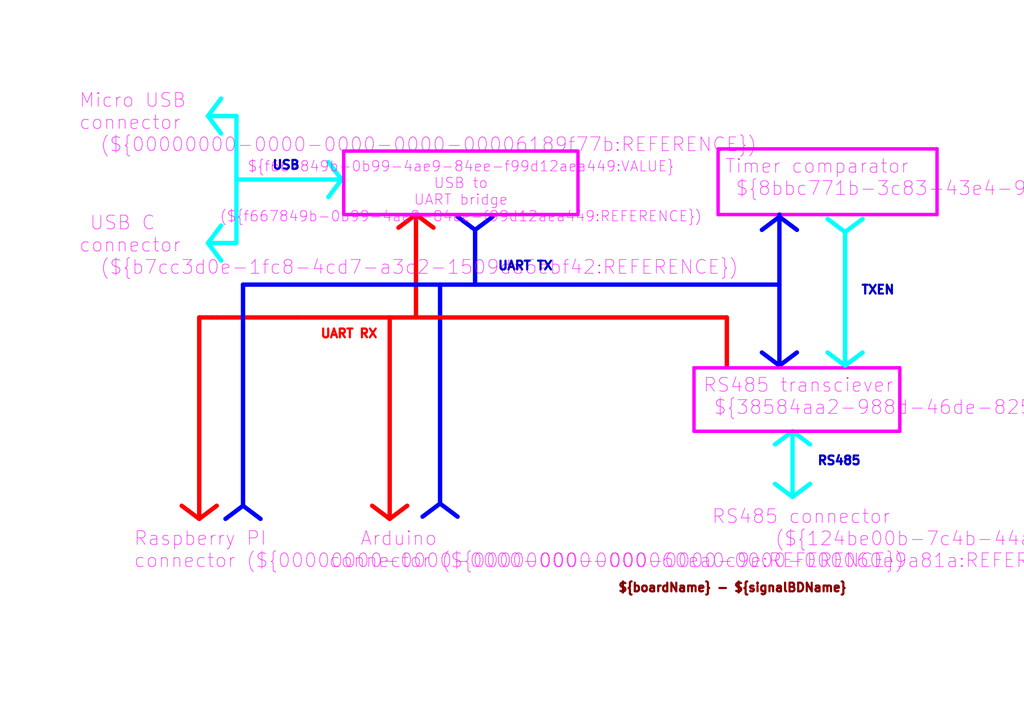
<source format=kicad_sch>
(kicad_sch
	(version 20231120)
	(generator "eeschema")
	(generator_version "8.0")
	(uuid "55f62029-af66-4168-97aa-c791fab7ce0f")
	(paper "A4")
	(title_block
		(title "${boardName} - ${signalBDName}")
		(date "2024-08-29")
		(rev "V9")
	)
	(lib_symbols)
	(polyline
		(pts
			(xy 68.58 70.485) (xy 68.58 52.07)
		)
		(stroke
			(width 1.27)
			(type solid)
			(color 0 255 255 1)
		)
		(uuid "02c9ee53-9e08-4e2a-b71d-4cdd73d8a3c3")
	)
	(polyline
		(pts
			(xy 271.78 43.18) (xy 208.28 43.18)
		)
		(stroke
			(width 1)
			(type solid)
			(color 255 0 255 1)
		)
		(uuid "03104d51-87fd-4c57-a3bd-604a2313a4b0")
	)
	(polyline
		(pts
			(xy 229.87 125.095) (xy 229.87 144.145)
		)
		(stroke
			(width 1.27)
			(type solid)
			(color 0 255 255 1)
		)
		(uuid "035baed1-eeb9-4c85-a2bd-0bd28c2dcd43")
	)
	(polyline
		(pts
			(xy 70.485 82.55) (xy 226.06 82.55)
		)
		(stroke
			(width 1.27)
			(type solid)
			(color 0 0 255 1)
		)
		(uuid "05399450-05fc-4d49-85af-95779b51dc1c")
	)
	(polyline
		(pts
			(xy 70.485 146.685) (xy 75.565 150.495)
		)
		(stroke
			(width 1.27)
			(type solid)
			(color 0 0 255 1)
		)
		(uuid "0d2991da-2daf-40a7-8d51-8965b87e7ac5")
	)
	(polyline
		(pts
			(xy 250.19 63.5) (xy 245.11 67.31)
		)
		(stroke
			(width 1.27)
			(type solid)
			(color 0 255 255 1)
		)
		(uuid "1153ef80-4f6e-4ace-adcb-ae9f8f1e5fd9")
	)
	(polyline
		(pts
			(xy 229.87 125.095) (xy 234.95 128.905)
		)
		(stroke
			(width 1.27)
			(type solid)
			(color 0 255 255 1)
		)
		(uuid "1176758e-d413-4c0f-b874-accab404caff")
	)
	(polyline
		(pts
			(xy 226.06 62.23) (xy 226.06 82.55)
		)
		(stroke
			(width 1.27)
			(type solid)
			(color 0 0 255 1)
		)
		(uuid "14632b70-be48-44ed-a1bb-21e3ada2e7ad")
	)
	(polyline
		(pts
			(xy 271.78 62.23) (xy 208.28 62.23)
		)
		(stroke
			(width 1)
			(type solid)
			(color 255 0 255 1)
		)
		(uuid "1633c4a9-0ea0-4004-9b77-f15f8a0b57ee")
	)
	(polyline
		(pts
			(xy 127.635 146.05) (xy 132.715 149.86)
		)
		(stroke
			(width 1.27)
			(type solid)
			(color 0 0 255 1)
		)
		(uuid "17d46de4-83d0-4cec-a137-faba3e51d4dd")
	)
	(polyline
		(pts
			(xy 234.95 140.335) (xy 229.87 144.145)
		)
		(stroke
			(width 1.27)
			(type solid)
			(color 0 255 255 1)
		)
		(uuid "1dc51541-0f64-44d7-ad0a-80993f3fd089")
	)
	(polyline
		(pts
			(xy 229.87 144.145) (xy 224.79 140.335)
		)
		(stroke
			(width 1.27)
			(type solid)
			(color 0 255 255 1)
		)
		(uuid "24bf17be-eefa-49e5-b31d-95741ce62f7d")
	)
	(polyline
		(pts
			(xy 68.58 33.655) (xy 68.58 52.07)
		)
		(stroke
			(width 1.27)
			(type solid)
			(color 0 255 255 1)
		)
		(uuid "27b79515-2842-4ec7-85e9-f09bbc210703")
	)
	(polyline
		(pts
			(xy 231.14 102.235) (xy 226.06 106.045)
		)
		(stroke
			(width 1.27)
			(type solid)
			(color 0 0 255 1)
		)
		(uuid "2e96d0a7-f3d9-4e52-8108-a4125f6f0bbb")
	)
	(polyline
		(pts
			(xy 68.58 52.07) (xy 99.06 52.07)
		)
		(stroke
			(width 1.27)
			(type solid)
			(color 0 255 255 1)
		)
		(uuid "346c01e0-d9a1-4897-b1d2-11eed5a2ccaa")
	)
	(polyline
		(pts
			(xy 57.785 150.495) (xy 52.705 146.685)
		)
		(stroke
			(width 1.27)
			(type solid)
			(color 255 0 0 1)
		)
		(uuid "3c295221-23d5-4e04-881c-9b0cf13a3803")
	)
	(polyline
		(pts
			(xy 260.985 106.68) (xy 201.295 106.68)
		)
		(stroke
			(width 1)
			(type solid)
			(color 255 0 255 1)
		)
		(uuid "42978039-c14e-470f-b5e8-f74ac2617608")
	)
	(polyline
		(pts
			(xy 142.875 62.865) (xy 137.795 66.675)
		)
		(stroke
			(width 1.27)
			(type solid)
			(color 0 0 255 1)
		)
		(uuid "4b6aa619-eca3-42b2-9ce6-e7f3c510a778")
	)
	(polyline
		(pts
			(xy 57.785 92.075) (xy 61.595 92.075)
		)
		(stroke
			(width 1.27)
			(type solid)
			(color 255 0 0 1)
		)
		(uuid "4fffe33d-a524-4aa4-b4d7-da2721325e0d")
	)
	(polyline
		(pts
			(xy 86.36 92.075) (xy 210.82 92.075)
		)
		(stroke
			(width 1.27)
			(type solid)
			(color 255 0 0 1)
		)
		(uuid "5113b489-7c03-411a-8345-e532a970a420")
	)
	(polyline
		(pts
			(xy 224.79 128.905) (xy 229.87 125.095)
		)
		(stroke
			(width 1.27)
			(type solid)
			(color 0 255 255 1)
		)
		(uuid "53b8526c-ab94-4a38-9712-551b4d412988")
	)
	(polyline
		(pts
			(xy 245.11 67.31) (xy 240.03 63.5)
		)
		(stroke
			(width 1.27)
			(type solid)
			(color 0 255 255 1)
		)
		(uuid "5522f374-c313-4577-a79c-003d8ba2fd88")
	)
	(polyline
		(pts
			(xy 61.595 92.075) (xy 62.865 92.075)
		)
		(stroke
			(width 1.27)
			(type solid)
			(color 255 0 0 1)
		)
		(uuid "577bc53e-674c-4a8f-8202-7c5a09ba127a")
	)
	(polyline
		(pts
			(xy 201.295 106.68) (xy 201.295 125.095)
		)
		(stroke
			(width 1)
			(type solid)
			(color 255 0 255 1)
		)
		(uuid "60f348c1-beb4-4590-8998-b7692aaf000c")
	)
	(polyline
		(pts
			(xy 60.325 33.655) (xy 64.135 28.575)
		)
		(stroke
			(width 1.27)
			(type solid)
			(color 0 255 255 1)
		)
		(uuid "6208c6a7-687a-4cec-aa6c-a319c0a290d2")
	)
	(polyline
		(pts
			(xy 95.25 46.99) (xy 99.06 52.07)
		)
		(stroke
			(width 1.27)
			(type solid)
			(color 0 255 255 1)
		)
		(uuid "6a2586a0-a050-46e2-a5ae-0b5468ff2141")
	)
	(polyline
		(pts
			(xy 120.65 62.865) (xy 120.65 92.075)
		)
		(stroke
			(width 1.27)
			(type solid)
			(color 255 0 0 1)
		)
		(uuid "6cd1cfd0-7f6a-48b9-927a-f420b764a803")
	)
	(polyline
		(pts
			(xy 208.28 43.815) (xy 208.28 62.23)
		)
		(stroke
			(width 1)
			(type solid)
			(color 255 0 255 1)
		)
		(uuid "740f0bf3-4faa-4616-b21e-29de6ecf505b")
	)
	(polyline
		(pts
			(xy 62.865 146.685) (xy 57.785 150.495)
		)
		(stroke
			(width 1.27)
			(type solid)
			(color 255 0 0 1)
		)
		(uuid "7456adae-9532-4dda-bafc-52746d73c258")
	)
	(polyline
		(pts
			(xy 271.78 43.18) (xy 271.78 62.23)
		)
		(stroke
			(width 1)
			(type solid)
			(color 255 0 255 1)
		)
		(uuid "7808a7d4-140d-44f5-829b-63bd002f7d8a")
	)
	(polyline
		(pts
			(xy 250.19 102.235) (xy 245.11 106.045)
		)
		(stroke
			(width 1.27)
			(type solid)
			(color 0 255 255 1)
		)
		(uuid "78142bc4-2609-4c8a-af6b-96fc4edba42c")
	)
	(polyline
		(pts
			(xy 137.795 66.675) (xy 132.715 62.865)
		)
		(stroke
			(width 1.27)
			(type solid)
			(color 0 0 255 1)
		)
		(uuid "7ce4a9fa-1e35-4522-8229-ee2bb64ea65d")
	)
	(polyline
		(pts
			(xy 245.11 67.31) (xy 245.11 106.045)
		)
		(stroke
			(width 1.27)
			(type solid)
			(color 0 255 255 1)
		)
		(uuid "7e2de997-057f-4789-a875-44cee6042689")
	)
	(polyline
		(pts
			(xy 226.06 62.865) (xy 231.14 66.675)
		)
		(stroke
			(width 1.27)
			(type solid)
			(color 0 0 255 1)
		)
		(uuid "9b451292-9481-4073-b0e8-c52cd4b45d88")
	)
	(polyline
		(pts
			(xy 68.58 70.485) (xy 60.325 70.485)
		)
		(stroke
			(width 1.27)
			(type solid)
			(color 0 255 255 1)
		)
		(uuid "9f51adc3-59b2-4bec-989e-2210cde40d14")
	)
	(polyline
		(pts
			(xy 64.135 38.735) (xy 60.325 33.655)
		)
		(stroke
			(width 1.27)
			(type solid)
			(color 0 255 255 1)
		)
		(uuid "a936309d-dcbc-47c4-8bc4-3068cfc49863")
	)
	(polyline
		(pts
			(xy 260.985 125.095) (xy 201.295 125.095)
		)
		(stroke
			(width 1)
			(type solid)
			(color 255 0 255 1)
		)
		(uuid "ada3da3f-568c-450f-89ab-cde034f7d748")
	)
	(polyline
		(pts
			(xy 260.985 106.68) (xy 260.985 125.095)
		)
		(stroke
			(width 1)
			(type solid)
			(color 255 0 255 1)
		)
		(uuid "afb444a9-94e6-4cf1-aaa8-17d91534bbe2")
	)
	(polyline
		(pts
			(xy 245.11 106.045) (xy 240.03 102.235)
		)
		(stroke
			(width 1.27)
			(type solid)
			(color 0 255 255 1)
		)
		(uuid "b4227c9d-93ef-40d7-b66a-d3ce969c4c08")
	)
	(polyline
		(pts
			(xy 60.325 33.655) (xy 68.58 33.655)
		)
		(stroke
			(width 1.27)
			(type solid)
			(color 0 255 255 1)
		)
		(uuid "b8493790-7949-484c-acde-f552fb0859b1")
	)
	(polyline
		(pts
			(xy 226.06 82.55) (xy 226.06 106.045)
		)
		(stroke
			(width 1.27)
			(type solid)
			(color 0 0 255 1)
		)
		(uuid "ba9a34f4-4329-4606-b676-540a0f5a47e1")
	)
	(polyline
		(pts
			(xy 70.485 82.55) (xy 70.485 146.685)
		)
		(stroke
			(width 1.27)
			(type solid)
			(color 0 0 255 1)
		)
		(uuid "c192f21d-bd0a-4358-a27b-636e233ee739")
	)
	(polyline
		(pts
			(xy 113.03 92.075) (xy 113.03 150.495)
		)
		(stroke
			(width 1.27)
			(type solid)
			(color 255 0 0 1)
		)
		(uuid "ca1cf1ba-aa9e-4a57-b288-fe966a7f84ac")
	)
	(polyline
		(pts
			(xy 113.03 150.495) (xy 107.95 146.685)
		)
		(stroke
			(width 1.27)
			(type solid)
			(color 255 0 0 1)
		)
		(uuid "cc58efed-88a2-4b28-89ba-4d46bef29ed7")
	)
	(polyline
		(pts
			(xy 57.785 92.075) (xy 57.785 150.495)
		)
		(stroke
			(width 1.27)
			(type solid)
			(color 255 0 0 1)
		)
		(uuid "d0ee705a-c9c5-4962-90b7-fee8e9634547")
	)
	(polyline
		(pts
			(xy 210.82 106.045) (xy 210.82 92.075)
		)
		(stroke
			(width 1.27)
			(type solid)
			(color 255 0 0 1)
		)
		(uuid "d2bc04b2-4464-4ea4-845b-63d69e8921c4")
	)
	(polyline
		(pts
			(xy 122.555 149.86) (xy 127.635 146.05)
		)
		(stroke
			(width 1.27)
			(type solid)
			(color 0 0 255 1)
		)
		(uuid "de6e4dbe-3424-4c90-ba04-93bdf1bdafb0")
	)
	(polyline
		(pts
			(xy 86.36 92.075) (xy 62.865 92.075)
		)
		(stroke
			(width 1.27)
			(type solid)
			(color 255 0 0 1)
		)
		(uuid "dff72a93-efb6-4c4d-a8da-3b5e54f95cf2")
	)
	(polyline
		(pts
			(xy 115.57 66.04) (xy 120.65 62.23)
		)
		(stroke
			(width 1.27)
			(type solid)
			(color 255 0 0 1)
		)
		(uuid "e20662f8-a926-4937-8a58-d81c065543a9")
	)
	(polyline
		(pts
			(xy 137.795 66.675) (xy 137.795 82.55)
		)
		(stroke
			(width 1.27)
			(type solid)
			(color 0 0 255 1)
		)
		(uuid "e88f0565-5a02-42db-8bd1-f93c308558e4")
	)
	(polyline
		(pts
			(xy 64.135 75.565) (xy 60.325 70.485)
		)
		(stroke
			(width 1.27)
			(type solid)
			(color 0 255 255 1)
		)
		(uuid "ec85000c-b5ce-4f4b-aee3-6e08fa4acadf")
	)
	(polyline
		(pts
			(xy 60.325 70.485) (xy 64.135 65.405)
		)
		(stroke
			(width 1.27)
			(type solid)
			(color 0 255 255 1)
		)
		(uuid "ef2ac10c-b067-4c26-a9e8-d66c0a97b782")
	)
	(polyline
		(pts
			(xy 226.06 106.045) (xy 220.98 102.235)
		)
		(stroke
			(width 1.27)
			(type solid)
			(color 0 0 255 1)
		)
		(uuid "f0d13374-bdc8-414e-9077-3d0f69b3e3f8")
	)
	(polyline
		(pts
			(xy 118.11 146.685) (xy 113.03 150.495)
		)
		(stroke
			(width 1.27)
			(type solid)
			(color 255 0 0 1)
		)
		(uuid "f452bae7-a250-4672-a7cc-41df39931213")
	)
	(polyline
		(pts
			(xy 99.06 52.07) (xy 95.25 57.15)
		)
		(stroke
			(width 1.27)
			(type solid)
			(color 0 255 255 1)
		)
		(uuid "f783150a-c40e-4e4b-aa9a-f470ef4fe043")
	)
	(polyline
		(pts
			(xy 220.98 66.675) (xy 226.06 62.865)
		)
		(stroke
			(width 1.27)
			(type solid)
			(color 0 0 255 1)
		)
		(uuid "f8adad2b-6779-4234-8832-2f028882f516")
	)
	(polyline
		(pts
			(xy 127.635 82.55) (xy 127.635 146.05)
		)
		(stroke
			(width 1.27)
			(type solid)
			(color 0 0 255 1)
		)
		(uuid "f911ec24-0459-4f76-acf6-9d744ace6e2a")
	)
	(polyline
		(pts
			(xy 65.405 150.495) (xy 70.485 146.685)
		)
		(stroke
			(width 1.27)
			(type solid)
			(color 0 0 255 1)
		)
		(uuid "fa923a14-d529-4ec9-b76d-cffe386521f2")
	)
	(polyline
		(pts
			(xy 120.65 62.23) (xy 125.73 66.04)
		)
		(stroke
			(width 1.27)
			(type solid)
			(color 255 0 0 1)
		)
		(uuid "fc889777-8da3-4c04-8d39-4ca2a888d55b")
	)
	(text_box " ${f667849b-0b99-4ae9-84ee-f99d12aea449:VALUE} USB to\nUART bridge (${f667849b-0b99-4ae9-84ee-f99d12aea449:REFERENCE})"
		(exclude_from_sim no)
		(at 99.695 43.815 0)
		(size 67.945 18.415)
		(stroke
			(width 1)
			(type default)
			(color 255 0 255 1)
		)
		(fill
			(type none)
		)
		(effects
			(font
				(size 3 3)
				(color 255 0 255 1)
			)
		)
		(uuid "4dcba3a1-64f1-4553-8c0a-4196732dce03")
	)
	(text "RS485 transciever\n ${38584aa2-988d-46de-8254-7374da227f54:VALUE} (${38584aa2-988d-46de-8254-7374da227f54:REFERENCE})"
		(exclude_from_sim no)
		(at 203.835 120.65 0)
		(effects
			(font
				(size 4 4)
				(color 255 0 255 1)
			)
			(justify left bottom)
		)
		(uuid "39516721-6a93-4bc5-98ec-a0890dd02987")
	)
	(text "${boardName} - ${signalBDName}"
		(exclude_from_sim no)
		(at 179.07 172.085 0)
		(effects
			(font
				(size 2.5 2.5)
				(thickness 0.8)
				(bold yes)
				(color 132 0 0 1)
			)
			(justify left bottom)
		)
		(uuid "397a68bc-851f-47f4-a9cd-83f44bcbc2c1")
	)
	(text "RS485 connector\n      (${124be00b-7c4b-44a1-ac37-f5e21129a574:REFERENCE})"
		(exclude_from_sim no)
		(at 206.375 158.75 0)
		(effects
			(font
				(size 4 4)
				(color 255 0 255 1)
			)
			(justify left bottom)
		)
		(uuid "59c4f36e-fc45-421a-a7bd-ec2068e88d45")
	)
	(text "Raspberry PI\nconnector (${00000000-0000-0000-0000-000060ea0c9e:REFERENCE})"
		(exclude_from_sim no)
		(at 38.735 165.1 0)
		(effects
			(font
				(size 4 4)
				(color 255 0 255 1)
			)
			(justify left bottom)
		)
		(uuid "85a1f0e9-82d1-4c0a-83a1-9ad87d9a6262")
	)
	(text "UART TX"
		(exclude_from_sim no)
		(at 144.145 78.74 0)
		(effects
			(font
				(size 2.54 2.54)
				(thickness 1.016)
				(bold yes)
			)
			(justify left bottom)
		)
		(uuid "92323ced-56fb-4eb1-886c-1bfe59251cc2")
	)
	(text " USB C\nconnector\n  (${b7cc3d0e-1fc8-4cd7-a3c2-1509da6ebf42:REFERENCE})"
		(exclude_from_sim no)
		(at 22.86 80.01 0)
		(effects
			(font
				(size 4 4)
				(color 255 0 255 1)
			)
			(justify left bottom)
		)
		(uuid "95f75311-8d46-4729-8904-d1a17912942b")
	)
	(text "UART RX"
		(exclude_from_sim no)
		(at 92.71 98.425 0)
		(effects
			(font
				(size 2.54 2.54)
				(thickness 1.016)
				(bold yes)
				(color 255 0 0 1)
			)
			(justify left bottom)
		)
		(uuid "a8f6e98f-4036-475c-a956-d00fd29cf9b8")
	)
	(text "RS485"
		(exclude_from_sim no)
		(at 236.855 135.255 0)
		(effects
			(font
				(size 2.54 2.54)
				(thickness 1.016)
				(bold yes)
			)
			(justify left bottom)
		)
		(uuid "bc2c019b-bef7-4bf2-af6f-90461be74c4b")
	)
	(text "TXEN"
		(exclude_from_sim no)
		(at 249.555 85.725 0)
		(effects
			(font
				(size 2.54 2.54)
				(thickness 1.016)
				(bold yes)
			)
			(justify left bottom)
		)
		(uuid "c20e3740-6e34-4fd9-97a7-2a7937977eba")
	)
	(text "USB"
		(exclude_from_sim no)
		(at 78.74 49.53 0)
		(effects
			(font
				(size 2.54 2.54)
				(thickness 1.016)
				(bold yes)
			)
			(justify left bottom)
		)
		(uuid "dbea5397-9e7a-49da-b088-227b8f4acf9a")
	)
	(text "Timer comparator\n ${8bbc771b-3c83-43e4-9319-f143e5621448:VALUE} (${8bbc771b-3c83-43e4-9319-f143e5621448:REFERENCE})"
		(exclude_from_sim no)
		(at 210.185 57.15 0)
		(effects
			(font
				(size 4 4)
				(color 255 0 255 1)
			)
			(justify left bottom)
		)
		(uuid "ea5610a3-f9d3-4ecc-adee-38efb0a5fc1c")
	)
	(text "   Arduino\nconnector (${00000000-0000-0000-0000-000060e9a81a:REFERENCE})"
		(exclude_from_sim no)
		(at 95.25 165.1 0)
		(effects
			(font
				(size 4 4)
				(color 255 0 255 1)
			)
			(justify left bottom)
		)
		(uuid "eb3f79e7-56c8-4cdf-b525-a948af1e2655")
	)
	(text "Micro USB\nconnector\n  (${00000000-0000-0000-0000-00006189f77b:REFERENCE})"
		(exclude_from_sim no)
		(at 22.86 44.45 0)
		(effects
			(font
				(size 4 4)
				(color 255 0 255 1)
			)
			(justify left bottom)
		)
		(uuid "ebd0fbe5-b6ec-466b-b24b-b51b80676d6c")
	)
)

</source>
